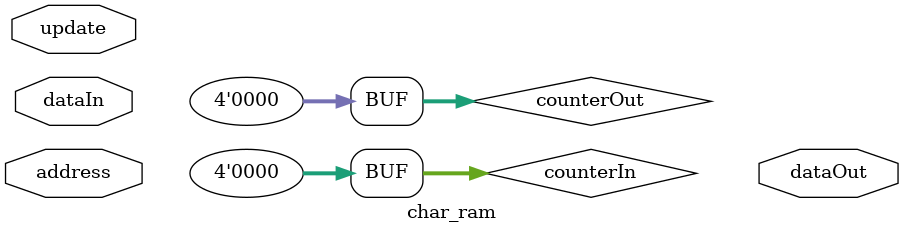
<source format=v>

module char_ram (address, dataIn, update, dataOut);
//parameter definition
parameter NUM_OF_CHARS = 5;


// Port definition
input [5:0] address;
input [7:0] dataIn;
input update;

output [7:0] dataOut;

// Reg definition
reg [3:0] counterOut = 'b0;
reg [3:0] counterIn = 'b0;
reg [7:0] memory [0:31];

always@(*)
	case (address)
		'd0: begin 
	 
		end 
		'd1: begin 
		 
		end 
		'd2: begin 
		 
		end 
		'd3: begin 
		 
		end 
		'd4: begin 
		 
		end 
		'd5: begin 
		 
		end 
		'd6: begin 
		 
		end 
		'd7: begin 
		 
		end 
		'd8: begin 
		 
		end 
		'd9: begin 
		 
		end 
		'd10: begin 
		 
		end 
		'd11: begin 
		 
		end 
		'd12: begin 
		 
		end 
		'd13: begin 
		 
		end 
		'd14: begin 
		 
		end 
		'd15: begin 
		 
		end 
		'd16: begin 
		 
		end 
		'd17: begin 
		 
		end 
		'd18: begin 
		 
		end 
		'd19: begin 
		 
		end 
		'd20: begin 
		 
		end 
		'd21: begin 
		 
		end 
		'd22: begin 
		 
		end 
		'd23: begin 
		 
		end 
		'd24: begin 
		 
		end 
		'd25: begin 
		 
		end 
		'd26: begin 
		 
		end 
		'd27: begin 
		 
		end 
		'd28: begin 
		 
		end 
		'd29: begin 
		 
		end 
		'd30: begin 
		 
		end 
		'd31: begin 
	 
		end 
	endcase

endmodule
</source>
